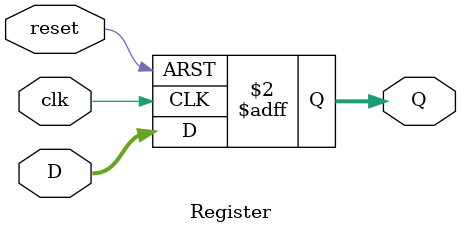
<source format=sv>
module Register #(parameter N = 8) (
    input wire clk,
    input wire reset,
    input wire [N-1:0] D,
    output reg [N-1:0] Q
);
    always @(posedge clk or posedge reset) begin
        if (reset)
            Q <= {N{1'b0}};  // Reset en todos los bits
        else
            Q <= D;
    end
endmodule

</source>
